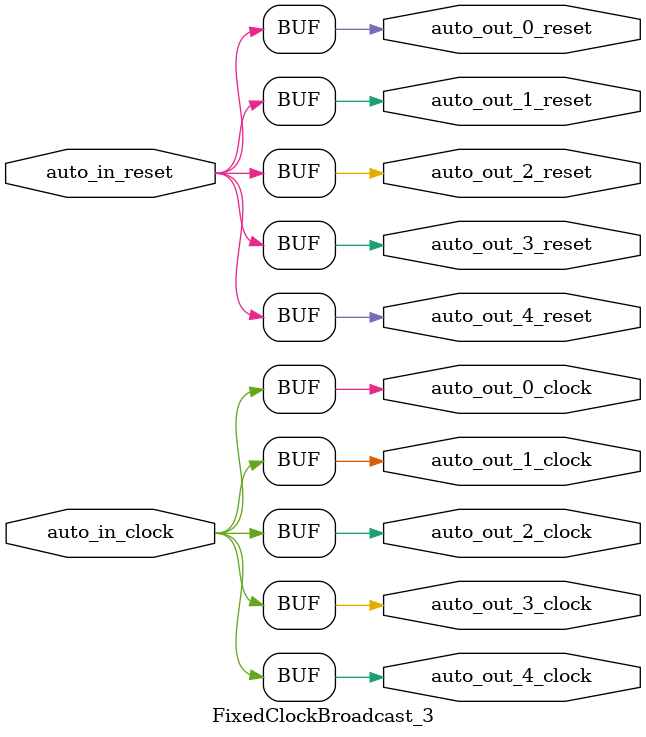
<source format=v>
module FixedClockBroadcast_3(
  input   auto_in_clock,
  input   auto_in_reset,
  output  auto_out_4_clock,
  output  auto_out_4_reset,
  output  auto_out_3_clock,
  output  auto_out_3_reset,
  output  auto_out_2_clock,
  output  auto_out_2_reset,
  output  auto_out_1_clock,
  output  auto_out_1_reset,
  output  auto_out_0_clock,
  output  auto_out_0_reset
);
  assign auto_out_4_clock = auto_in_clock; // @[Nodes.scala 1210:84 LazyModule.scala 309:16]
  assign auto_out_4_reset = auto_in_reset; // @[Nodes.scala 1210:84 LazyModule.scala 309:16]
  assign auto_out_3_clock = auto_in_clock; // @[Nodes.scala 1210:84 LazyModule.scala 309:16]
  assign auto_out_3_reset = auto_in_reset; // @[Nodes.scala 1210:84 LazyModule.scala 309:16]
  assign auto_out_2_clock = auto_in_clock; // @[Nodes.scala 1210:84 LazyModule.scala 309:16]
  assign auto_out_2_reset = auto_in_reset; // @[Nodes.scala 1210:84 LazyModule.scala 309:16]
  assign auto_out_1_clock = auto_in_clock; // @[Nodes.scala 1210:84 LazyModule.scala 309:16]
  assign auto_out_1_reset = auto_in_reset; // @[Nodes.scala 1210:84 LazyModule.scala 309:16]
  assign auto_out_0_clock = auto_in_clock; // @[Nodes.scala 1210:84 LazyModule.scala 309:16]
  assign auto_out_0_reset = auto_in_reset; // @[Nodes.scala 1210:84 LazyModule.scala 309:16]
endmodule

</source>
